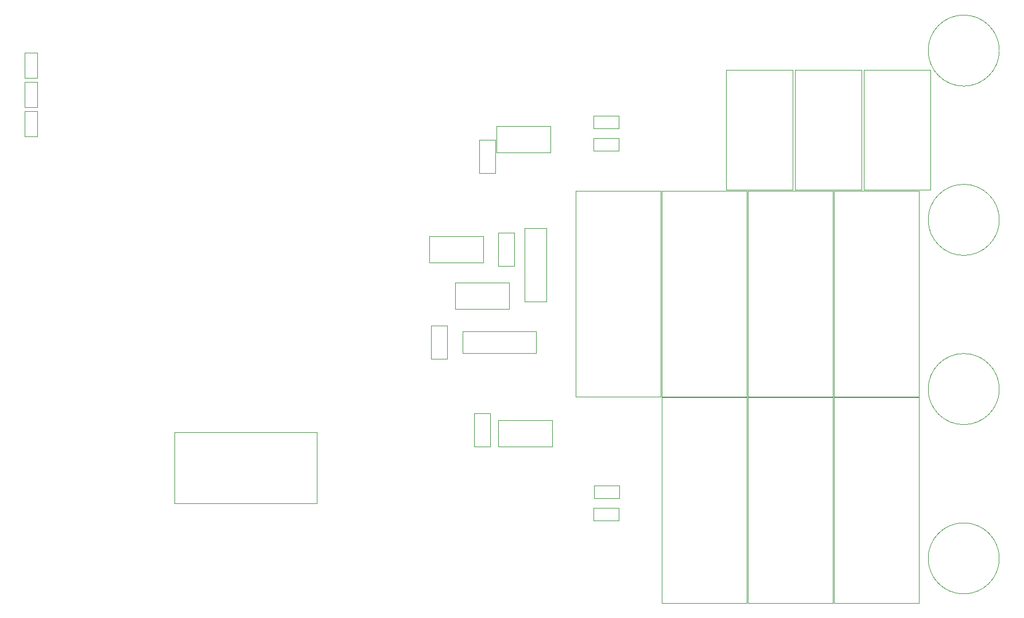
<source format=gbr>
G04 #@! TF.GenerationSoftware,KiCad,Pcbnew,(5.0.0-rc2-39-ga12b9db58)*
G04 #@! TF.CreationDate,2018-05-30T02:07:27-03:00*
G04 #@! TF.ProjectId,Mcc18,4D636331382E6B696361645F70636200,rev?*
G04 #@! TF.SameCoordinates,Original*
G04 #@! TF.FileFunction,Other,User*
%FSLAX46Y46*%
G04 Gerber Fmt 4.6, Leading zero omitted, Abs format (unit mm)*
G04 Created by KiCad (PCBNEW (5.0.0-rc2-39-ga12b9db58)) date Wed May 30 02:07:27 2018*
%MOMM*%
%LPD*%
G01*
G04 APERTURE LIST*
%ADD10C,0.050000*%
G04 APERTURE END LIST*
D10*
G04 #@! TO.C,R101*
X185592000Y-64582000D02*
X189312000Y-64582000D01*
X185592000Y-66482000D02*
X185592000Y-64582000D01*
X189312000Y-66482000D02*
X185592000Y-66482000D01*
X189312000Y-64582000D02*
X189312000Y-66482000D01*
G04 #@! TO.C,Cs4*
X170314000Y-108538000D02*
X170314000Y-113458000D01*
X168014000Y-108538000D02*
X170314000Y-108538000D01*
X168014000Y-113458000D02*
X168014000Y-108538000D01*
X170314000Y-113458000D02*
X168014000Y-113458000D01*
G04 #@! TO.C,Cs3*
X161664000Y-95584000D02*
X163964000Y-95584000D01*
X163964000Y-95584000D02*
X163964000Y-100504000D01*
X163964000Y-100504000D02*
X161664000Y-100504000D01*
X161664000Y-100504000D02*
X161664000Y-95584000D01*
G04 #@! TO.C,Cs2*
X173870000Y-81868000D02*
X173870000Y-86788000D01*
X171570000Y-81868000D02*
X173870000Y-81868000D01*
X171570000Y-86788000D02*
X171570000Y-81868000D01*
X173870000Y-86788000D02*
X171570000Y-86788000D01*
G04 #@! TO.C,Cs1*
X168776000Y-68152000D02*
X171076000Y-68152000D01*
X171076000Y-68152000D02*
X171076000Y-73072000D01*
X171076000Y-73072000D02*
X168776000Y-73072000D01*
X168776000Y-73072000D02*
X168776000Y-68152000D01*
G04 #@! TO.C,U3*
X123800000Y-111336000D02*
X123800000Y-121836000D01*
X144760000Y-111336000D02*
X123800000Y-111336000D01*
X144760000Y-121836000D02*
X144760000Y-111336000D01*
X123800000Y-121836000D02*
X144760000Y-121836000D01*
G04 #@! TO.C,Ci2*
X225168000Y-75532000D02*
X225168000Y-57832000D01*
X215268000Y-75532000D02*
X225168000Y-75532000D01*
X215268000Y-57832000D02*
X215268000Y-75532000D01*
X225168000Y-57832000D02*
X215268000Y-57832000D01*
G04 #@! TO.C,Ci1*
X235328000Y-75532000D02*
X235328000Y-57832000D01*
X225428000Y-75532000D02*
X235328000Y-75532000D01*
X225428000Y-57832000D02*
X225428000Y-75532000D01*
X235328000Y-57832000D02*
X225428000Y-57832000D01*
G04 #@! TO.C,Ci3*
X215008000Y-75532000D02*
X215008000Y-57832000D01*
X205108000Y-75532000D02*
X215008000Y-75532000D01*
X205108000Y-57832000D02*
X205108000Y-75532000D01*
X215008000Y-57832000D02*
X205108000Y-57832000D01*
G04 #@! TO.C,Ds2*
X166304000Y-99644000D02*
X166304000Y-96444000D01*
X177104000Y-99644000D02*
X166304000Y-99644000D01*
X177104000Y-96444000D02*
X177104000Y-99644000D01*
X166304000Y-96444000D02*
X177104000Y-96444000D01*
G04 #@! TO.C,Ds1*
X178638000Y-92014000D02*
X175438000Y-92014000D01*
X178638000Y-81214000D02*
X178638000Y-92014000D01*
X175438000Y-81214000D02*
X178638000Y-81214000D01*
X175438000Y-92014000D02*
X175438000Y-81214000D01*
G04 #@! TO.C,L2*
X103566000Y-59608000D02*
X103566000Y-63328000D01*
X101666000Y-59608000D02*
X103566000Y-59608000D01*
X101666000Y-63328000D02*
X101666000Y-59608000D01*
X103566000Y-63328000D02*
X101666000Y-63328000D01*
G04 #@! TO.C,Rs4*
X179524000Y-113456000D02*
X171504000Y-113456000D01*
X179524000Y-109556000D02*
X179524000Y-113456000D01*
X171504000Y-109556000D02*
X179524000Y-109556000D01*
X171504000Y-113456000D02*
X171504000Y-109556000D01*
G04 #@! TO.C,Rs3*
X169364000Y-86278000D02*
X161344000Y-86278000D01*
X169364000Y-82378000D02*
X169364000Y-86278000D01*
X161344000Y-82378000D02*
X169364000Y-82378000D01*
X161344000Y-86278000D02*
X161344000Y-82378000D01*
G04 #@! TO.C,Rs2*
X165154000Y-89236000D02*
X173174000Y-89236000D01*
X165154000Y-93136000D02*
X165154000Y-89236000D01*
X173174000Y-93136000D02*
X165154000Y-93136000D01*
X173174000Y-89236000D02*
X173174000Y-93136000D01*
G04 #@! TO.C,Rs1*
X179270000Y-70022000D02*
X171250000Y-70022000D01*
X179270000Y-66122000D02*
X179270000Y-70022000D01*
X171250000Y-66122000D02*
X179270000Y-66122000D01*
X171250000Y-70022000D02*
X171250000Y-66122000D01*
G04 #@! TO.C,C6*
X101666000Y-63926000D02*
X103566000Y-63926000D01*
X103566000Y-63926000D02*
X103566000Y-67646000D01*
X103566000Y-67646000D02*
X101666000Y-67646000D01*
X101666000Y-67646000D02*
X101666000Y-63926000D01*
G04 #@! TO.C,C7*
X103566000Y-55290000D02*
X103566000Y-59010000D01*
X101666000Y-55290000D02*
X103566000Y-55290000D01*
X101666000Y-59010000D02*
X101666000Y-55290000D01*
X103566000Y-59010000D02*
X101666000Y-59010000D01*
G04 #@! TO.C,Co2*
X208330000Y-106178000D02*
X208330000Y-136578000D01*
X220930000Y-106178000D02*
X208330000Y-106178000D01*
X220930000Y-136578000D02*
X220930000Y-106178000D01*
X208330000Y-136578000D02*
X220930000Y-136578000D01*
G04 #@! TO.C,Cc1*
X221030000Y-106098000D02*
X233630000Y-106098000D01*
X233630000Y-106098000D02*
X233630000Y-75698000D01*
X233630000Y-75698000D02*
X221030000Y-75698000D01*
X221030000Y-75698000D02*
X221030000Y-106098000D01*
G04 #@! TO.C,Cc2*
X208330000Y-75698000D02*
X208330000Y-106098000D01*
X220930000Y-75698000D02*
X208330000Y-75698000D01*
X220930000Y-106098000D02*
X220930000Y-75698000D01*
X208330000Y-106098000D02*
X220930000Y-106098000D01*
G04 #@! TO.C,Cc3*
X195630000Y-106098000D02*
X208230000Y-106098000D01*
X208230000Y-106098000D02*
X208230000Y-75698000D01*
X208230000Y-75698000D02*
X195630000Y-75698000D01*
X195630000Y-75698000D02*
X195630000Y-106098000D01*
G04 #@! TO.C,Co1*
X221030000Y-106178000D02*
X221030000Y-136578000D01*
X233630000Y-106178000D02*
X221030000Y-106178000D01*
X233630000Y-136578000D02*
X233630000Y-106178000D01*
X221030000Y-136578000D02*
X233630000Y-136578000D01*
G04 #@! TO.C,Cc4*
X182930000Y-106098000D02*
X195530000Y-106098000D01*
X195530000Y-106098000D02*
X195530000Y-75698000D01*
X195530000Y-75698000D02*
X182930000Y-75698000D01*
X182930000Y-75698000D02*
X182930000Y-106098000D01*
G04 #@! TO.C,Co3*
X195630000Y-106178000D02*
X195630000Y-136578000D01*
X208230000Y-106178000D02*
X195630000Y-106178000D01*
X208230000Y-136578000D02*
X208230000Y-106178000D01*
X195630000Y-136578000D02*
X208230000Y-136578000D01*
G04 #@! TO.C,Screw4*
X245452000Y-129972000D02*
G75*
G03X245452000Y-129972000I-5250000J0D01*
G01*
G04 #@! TO.C,Screw3*
X245452000Y-104972000D02*
G75*
G03X245452000Y-104972000I-5250000J0D01*
G01*
G04 #@! TO.C,Screw2*
X245452000Y-79972000D02*
G75*
G03X245452000Y-79972000I-5250000J0D01*
G01*
G04 #@! TO.C,Screw1*
X245452000Y-54972000D02*
G75*
G03X245452000Y-54972000I-5250000J0D01*
G01*
G04 #@! TO.C,R102*
X189312000Y-67884000D02*
X189312000Y-69784000D01*
X189312000Y-69784000D02*
X185592000Y-69784000D01*
X185592000Y-69784000D02*
X185592000Y-67884000D01*
X185592000Y-67884000D02*
X189312000Y-67884000D01*
G04 #@! TO.C,R103*
X185592000Y-122494000D02*
X189312000Y-122494000D01*
X185592000Y-124394000D02*
X185592000Y-122494000D01*
X189312000Y-124394000D02*
X185592000Y-124394000D01*
X189312000Y-122494000D02*
X189312000Y-124394000D01*
G04 #@! TO.C,R104*
X189360500Y-119192000D02*
X189360500Y-121092000D01*
X189360500Y-121092000D02*
X185640500Y-121092000D01*
X185640500Y-121092000D02*
X185640500Y-119192000D01*
X185640500Y-119192000D02*
X189360500Y-119192000D01*
G04 #@! TD*
M02*

</source>
